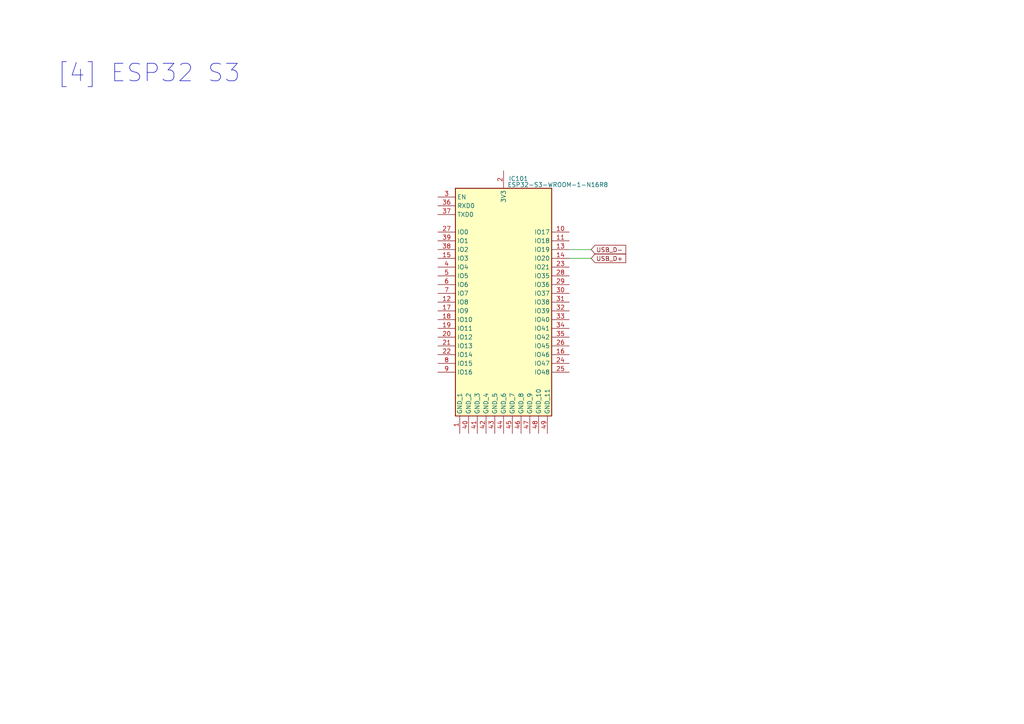
<source format=kicad_sch>
(kicad_sch (version 20250114) (generator "eeschema") (generator_version "9.0")
  (paper "A4")
  (lib_symbols
    (symbol "esp32_s3_weather_webserver:ESP32-S3-WROOM-1-N16R8"
      (property "Reference" "IC" (at 15.24 4.572 0))
      (property "Value" "ESP32-S3-WROOM-1-N16R8" (at 15.24 2.032 0))
      (symbol "ESP32-S3-WROOM-1-N16R8_1_1"
        (rectangle (start 0 0) (end 27.94 -66.04) (stroke (width 0.254)) (fill (type background)))
        (pin passive line (at -5.08 -2.54 0) (length 5.08) (name "EN") (number "3"))
        (pin passive line (at -5.08 -5.08 0) (length 5.08) (name "RXD0") (number "36"))
        (pin passive line (at -5.08 -7.62 0) (length 5.08) (name "TXD0") (number "37"))
        (pin passive line (at -5.08 -12.7 0) (length 5.08) (name "IO0") (number "27"))
        (pin passive line (at -5.08 -15.24 0) (length 5.08) (name "IO1") (number "39"))
        (pin passive line (at -5.08 -17.78 0) (length 5.08) (name "IO2") (number "38"))
        (pin passive line (at -5.08 -20.32 0) (length 5.08) (name "IO3") (number "15"))
        (pin passive line (at -5.08 -22.86 0) (length 5.08) (name "IO4") (number "4"))
        (pin passive line (at -5.08 -25.4 0) (length 5.08) (name "IO5") (number "5"))
        (pin passive line (at -5.08 -27.94 0) (length 5.08) (name "IO6") (number "6"))
        (pin passive line (at -5.08 -30.48 0) (length 5.08) (name "IO7") (number "7"))
        (pin passive line (at -5.08 -33.02 0) (length 5.08) (name "IO8") (number "12"))
        (pin passive line (at -5.08 -35.56 0) (length 5.08) (name "IO9") (number "17"))
        (pin passive line (at -5.08 -38.1 0) (length 5.08) (name "IO10") (number "18"))
        (pin passive line (at -5.08 -40.64 0) (length 5.08) (name "IO11") (number "19"))
        (pin passive line (at -5.08 -43.18 0) (length 5.08) (name "IO12") (number "20"))
        (pin passive line (at -5.08 -45.72 0) (length 5.08) (name "IO13") (number "21"))
        (pin passive line (at -5.08 -48.26 0) (length 5.08) (name "IO14") (number "22"))
        (pin passive line (at -5.08 -50.8 0) (length 5.08) (name "IO15") (number "8"))
        (pin passive line (at -5.08 -53.34 0) (length 5.08) (name "IO16") (number "9"))
        (pin passive line (at 1.27 -71.12 90) (length 5.08) (name "GND_1") (number "1"))
        (pin passive line (at 3.81 -71.12 90) (length 5.08) (name "GND_2") (number "40"))
        (pin passive line (at 6.35 -71.12 90) (length 5.08) (name "GND_3") (number "41"))
        (pin passive line (at 8.89 -71.12 90) (length 5.08) (name "GND_4") (number "42"))
        (pin passive line (at 11.43 -71.12 90) (length 5.08) (name "GND_5") (number "43"))
        (pin passive line (at 13.97 5.08 270) (length 5.08) (name "3V3") (number "2"))
        (pin passive line (at 13.97 -71.12 90) (length 5.08) (name "GND_6") (number "44"))
        (pin passive line (at 16.51 -71.12 90) (length 5.08) (name "GND_7") (number "45"))
        (pin passive line (at 19.05 -71.12 90) (length 5.08) (name "GND_8") (number "46"))
        (pin passive line (at 21.59 -71.12 90) (length 5.08) (name "GND_9") (number "47"))
        (pin passive line (at 24.13 -71.12 90) (length 5.08) (name "GND_10") (number "48"))
        (pin passive line (at 26.67 -71.12 90) (length 5.08) (name "GND_11") (number "49"))
        (pin passive line (at 33.02 -12.7 180) (length 5.08) (name "IO17") (number "10"))
        (pin passive line (at 33.02 -15.24 180) (length 5.08) (name "IO18") (number "11"))
        (pin passive line (at 33.02 -17.78 180) (length 5.08) (name "IO19") (number "13"))
        (pin passive line (at 33.02 -20.32 180) (length 5.08) (name "IO20") (number "14"))
        (pin passive line (at 33.02 -22.86 180) (length 5.08) (name "IO21") (number "23"))
        (pin passive line (at 33.02 -25.4 180) (length 5.08) (name "IO35") (number "28"))
        (pin passive line (at 33.02 -27.94 180) (length 5.08) (name "IO36") (number "29"))
        (pin passive line (at 33.02 -30.48 180) (length 5.08) (name "IO37") (number "30"))
        (pin passive line (at 33.02 -33.02 180) (length 5.08) (name "IO38") (number "31"))
        (pin passive line (at 33.02 -35.56 180) (length 5.08) (name "IO39") (number "32"))
        (pin passive line (at 33.02 -38.1 180) (length 5.08) (name "IO40") (number "33"))
        (pin passive line (at 33.02 -40.64 180) (length 5.08) (name "IO41") (number "34"))
        (pin passive line (at 33.02 -43.18 180) (length 5.08) (name "IO42") (number "35"))
        (pin passive line (at 33.02 -45.72 180) (length 5.08) (name "IO45") (number "26"))
        (pin passive line (at 33.02 -48.26 180) (length 5.08) (name "IO46") (number "16"))
        (pin passive line (at 33.02 -50.8 180) (length 5.08) (name "IO47") (number "24"))
        (pin passive line (at 33.02 -53.34 180) (length 5.08) (name "IO48") (number "25"))
      )
    )
  )
  (text "[4] ESP32 S3" (at 43.18 21.336 0) (effects (font (size 5.08 5.08))))
  (wire (pts (xy 165.1 72.39) (xy 171.45 72.39)))
  (wire (pts (xy 165.1 74.93) (xy 171.45 74.93)))
  (global_label "USB_D+" (shape input) (at 171.45 74.93 0) (property "Intersheetrefs" "${INTERSHEET_REFS}" (effects (hide yes))))
  (global_label "USB_D-" (shape input) (at 171.45 72.39 0) (property "Intersheetrefs" "${INTERSHEET_REFS}" (effects (hide yes))))
  (symbol (lib_id "esp32_s3_weather_webserver:ESP32-S3-WROOM-1-N16R8") (at 132.08 54.61 0) (unit 1)
    (property "Reference" "IC101" (at 150.368 51.816 0))
    (property "Value" "ESP32-S3-WROOM-1-N16R8" (at 161.798 53.594 0))
    (property "Footprint" "esp32_s3_weather_webserver:ESP32S3WROOM1N16R8" (effects (hide yes)))
    (property "Datasheet" "https://www.espressif.com/sites/default/files/documentation/esp32-s3-wroom-1_wroom-1u_datasheet_en.pdf" (effects (hide yes)))
    (property "Description" "Multiprotocol Modules SMD Module, ESP32-S3R8, 3.3V, 8 MB Octal PSRAM Die, 16 MB Quad SPI Flash, PCB Antenna" (effects (hide yes)))
    (property "Height" "3.25" (effects (hide yes)))
    (property "Manufacturer_Name" "Espressif Systems" (effects (hide yes)))
    (property "Manufacturer_Part_Number" "ESP32-S3-WROOM-1-N16R8" (effects (hide yes)))
    (property "Mouser Part Number" "356-ESP32S3WRM1N16R8" (effects (hide yes)))
    (property "Mouser Price/Stock" "https://www.mouser.co.uk/ProductDetail/Espressif-Systems/ESP32-S3-WROOM-1-N16R8?qs=Li%252BoUPsLEnvQc9gW6AMhZg%3D%3D" (effects (hide yes)))
  )
)
</source>
